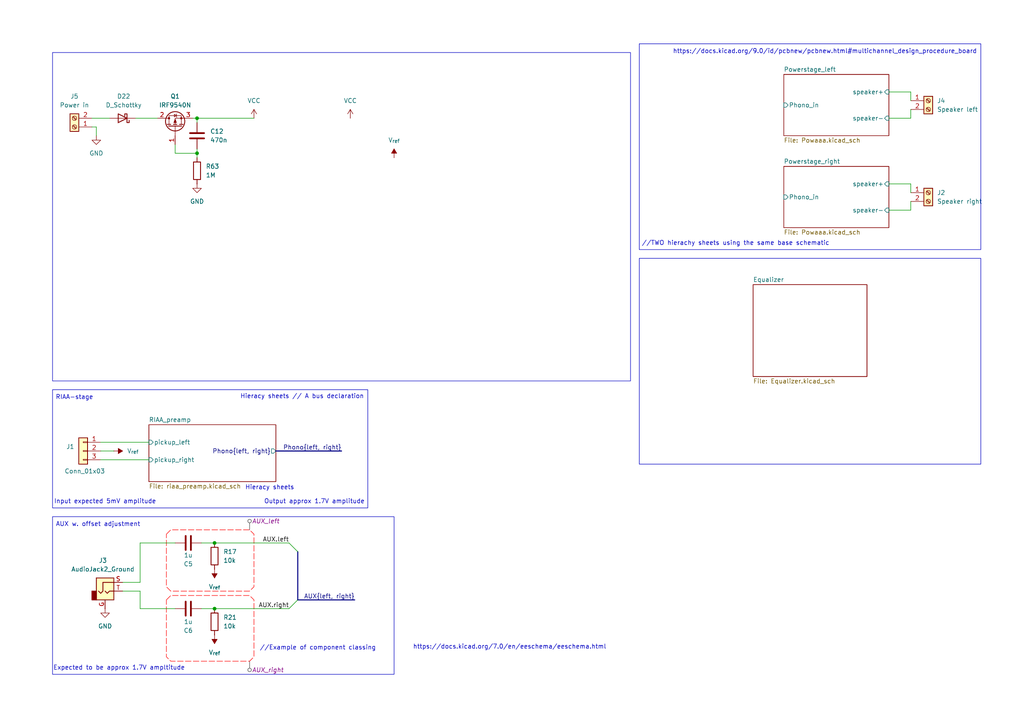
<source format=kicad_sch>
(kicad_sch (version 20250114) (generator "eeschema") (generator_version "9.0")
  (paper "A4")
  (title_block (title "AB-BTL power amplifier demo") (date "2025-02-24") (rev "1") (company "AAU-satlab") (comment 1 "Malthe Sennels"))
  (lib_symbols
    (symbol "Connector:Screw_Terminal_01x02" (pin_names (offset 1.016) (hide yes))
      (property "Reference" "J" (at 0 2.54 0))
      (property "Value" "Screw_Terminal_01x02" (at 0 -5.08 0))
      (symbol "Screw_Terminal_01x02_1_1"
        (rectangle (start -1.27 1.27) (end 1.27 -3.81) (stroke (width 0.254)) (fill (type background)))
        (polyline (pts (xy -0.5334 0.3302) (xy 0.3302 -0.508)) (stroke (width 0.1524)))
        (polyline (pts (xy -0.5334 -2.2098) (xy 0.3302 -3.048)) (stroke (width 0.1524)))
        (polyline (pts (xy -0.3556 0.508) (xy 0.508 -0.3302)) (stroke (width 0.1524)))
        (polyline (pts (xy -0.3556 -2.032) (xy 0.508 -2.8702)) (stroke (width 0.1524)))
        (circle (center 0 0) (radius 0.635) (stroke (width 0.1524)))
        (circle (center 0 -2.54) (radius 0.635) (stroke (width 0.1524)))
        (pin passive line (at -5.08 0 0) (length 3.81) (name "Pin_1") (number "1"))
        (pin passive line (at -5.08 -2.54 0) (length 3.81) (name "Pin_2") (number "2"))
      )
    )
    (symbol "Connector_Audio:AudioJack2_Ground"
      (property "Reference" "J" (at 0 8.89 0))
      (property "Value" "AudioJack2_Ground" (at 0 6.35 0))
      (symbol "AudioJack2_Ground_0_1"
        (rectangle (start -2.54 -2.54) (end -3.81 0) (stroke (width 0.254)) (fill (type outline)))
        (polyline (pts (xy 0 0) (xy 0.635 -0.635) (xy 1.27 0) (xy 2.54 0)) (stroke (width 0.254)))
        (rectangle (start 2.54 3.81) (end -2.54 -2.54) (stroke (width 0.254)) (fill (type background)))
        (polyline (pts (xy 2.54 2.54) (xy -0.635 2.54) (xy -0.635 0) (xy -1.27 -0.635) (xy -1.905 0)) (stroke (width 0.254)))
      )
      (symbol "AudioJack2_Ground_1_1"
        (pin passive line (at 0 -5.08 90) (length 2.54) (name "~") (number "G"))
        (pin passive line (at 5.08 2.54 180) (length 2.54) (name "~") (number "S"))
        (pin passive line (at 5.08 0 180) (length 2.54) (name "~") (number "T"))
      )
    )
    (symbol "Connector_Generic:Conn_01x03" (pin_names (offset 1.016) (hide yes))
      (property "Reference" "J" (at 0 5.08 0))
      (property "Value" "Conn_01x03" (at 0 -5.08 0))
      (symbol "Conn_01x03_1_1"
        (rectangle (start -1.27 3.81) (end 1.27 -3.81) (stroke (width 0.254)) (fill (type background)))
        (rectangle (start -1.27 2.667) (end 0 2.413) (stroke (width 0.1524)))
        (rectangle (start -1.27 0.127) (end 0 -0.127) (stroke (width 0.1524)))
        (rectangle (start -1.27 -2.413) (end 0 -2.667) (stroke (width 0.1524)))
        (pin passive line (at -5.08 2.54 0) (length 3.81) (name "Pin_1") (number "1"))
        (pin passive line (at -5.08 0 0) (length 3.81) (name "Pin_2") (number "2"))
        (pin passive line (at -5.08 -2.54 0) (length 3.81) (name "Pin_3") (number "3"))
      )
    )
    (symbol "Device:C" (pin_numbers (hide yes)) (pin_names (offset 0.254))
      (property "Reference" "C" (at 0.635 2.54 0))
      (property "Value" "C" (at 0.635 -2.54 0))
      (symbol "C_0_1"
        (polyline (pts (xy -2.032 0.762) (xy 2.032 0.762)) (stroke (width 0.508)))
        (polyline (pts (xy -2.032 -0.762) (xy 2.032 -0.762)) (stroke (width 0.508)))
      )
      (symbol "C_1_1"
        (pin passive line (at 0 3.81 270) (length 2.794) (name "~") (number "1"))
        (pin passive line (at 0 -3.81 90) (length 2.794) (name "~") (number "2"))
      )
    )
    (symbol "Device:D_Schottky" (pin_numbers (hide yes)) (pin_names (offset 1.016) (hide yes))
      (property "Reference" "D" (at 0 2.54 0))
      (property "Value" "D_Schottky" (at 0 -2.54 0))
      (symbol "D_Schottky_0_1"
        (polyline (pts (xy -1.905 0.635) (xy -1.905 1.27) (xy -1.27 1.27) (xy -1.27 -1.27) (xy -0.635 -1.27) (xy -0.635 -0.635)) (stroke (width 0.254)))
        (polyline (pts (xy 1.27 1.27) (xy 1.27 -1.27) (xy -1.27 0) (xy 1.27 1.27)) (stroke (width 0.254)))
        (polyline (pts (xy 1.27 0) (xy -1.27 0)))
      )
      (symbol "D_Schottky_1_1"
        (pin passive line (at -3.81 0 0) (length 2.54) (name "K") (number "1"))
        (pin passive line (at 3.81 0 180) (length 2.54) (name "A") (number "2"))
      )
    )
    (symbol "Device:R" (pin_numbers (hide yes)) (pin_names (offset 0))
      (property "Reference" "R" (at 2.032 0 90))
      (property "Value" "R" (at 0 0 90))
      (symbol "R_0_1"
        (rectangle (start -1.016 -2.54) (end 1.016 2.54) (stroke (width 0.254)))
      )
      (symbol "R_1_1"
        (pin passive line (at 0 3.81 270) (length 1.27) (name "~") (number "1"))
        (pin passive line (at 0 -3.81 90) (length 1.27) (name "~") (number "2"))
      )
    )
    (symbol "Transistor_FET:IRF9540N" (pin_names (hide yes))
      (property "Reference" "Q" (at 5.08 1.905 0))
      (property "Value" "IRF9540N" (at 5.08 0 0))
      (symbol "IRF9540N_0_1"
        (polyline (pts (xy 0.254 1.905) (xy 0.254 -1.905)) (stroke (width 0.254)))
        (polyline (pts (xy 0.254 0) (xy -2.54 0)))
        (polyline (pts (xy 0.762 2.286) (xy 0.762 1.27)) (stroke (width 0.254)))
        (polyline (pts (xy 0.762 1.778) (xy 3.302 1.778) (xy 3.302 -1.778) (xy 0.762 -1.778)))
        (polyline (pts (xy 0.762 0.508) (xy 0.762 -0.508)) (stroke (width 0.254)))
        (polyline (pts (xy 0.762 -1.27) (xy 0.762 -2.286)) (stroke (width 0.254)))
        (circle (center 1.651 0) (radius 2.794) (stroke (width 0.254)))
        (polyline (pts (xy 2.286 0) (xy 1.27 0.381) (xy 1.27 -0.381) (xy 2.286 0)) (fill (type outline)))
        (polyline (pts (xy 2.54 2.54) (xy 2.54 1.778)))
        (circle (center 2.54 1.778) (radius 0.254) (fill (type outline)))
        (circle (center 2.54 -1.778) (radius 0.254) (fill (type outline)))
        (polyline (pts (xy 2.54 -2.54) (xy 2.54 0) (xy 0.762 0)))
        (polyline (pts (xy 2.794 -0.508) (xy 2.921 -0.381) (xy 3.683 -0.381) (xy 3.81 -0.254)))
        (polyline (pts (xy 3.302 -0.381) (xy 2.921 0.254) (xy 3.683 0.254) (xy 3.302 -0.381)))
      )
      (symbol "IRF9540N_1_1"
        (pin input line (at -5.08 0 0) (length 2.54) (name "G") (number "1"))
        (pin passive line (at 2.54 5.08 270) (length 2.54) (name "D") (number "2"))
        (pin passive line (at 2.54 -5.08 90) (length 2.54) (name "S") (number "3"))
      )
    )
    (symbol "power:GND" (power) (pin_numbers (hide yes)) (pin_names (offset 0) (hide yes))
      (property "Value" "GND" (at 0 -3.81 0))
      (symbol "GND_0_1"
        (polyline (pts (xy 0 0) (xy 0 -1.27) (xy 1.27 -1.27) (xy 0 -2.54) (xy -1.27 -1.27) (xy 0 -1.27)))
      )
      (symbol "GND_1_1"
        (pin power_in line (at 0 0 270) (length 0) (name "~") (number "1"))
      )
    )
    (symbol "power:VCC" (power) (pin_numbers (hide yes)) (pin_names (offset 0) (hide yes))
      (property "Value" "VCC" (at 0 3.556 0))
      (symbol "VCC_0_1"
        (polyline (pts (xy -0.762 1.27) (xy 0 2.54)))
        (polyline (pts (xy 0 2.54) (xy 0.762 1.27)))
        (polyline (pts (xy 0 0) (xy 0 2.54)))
      )
      (symbol "VCC_1_1"
        (pin power_in line (at 0 0 90) (length 0) (name "~") (number "1"))
      )
    )
    (symbol "power:VS" (power) (pin_numbers (hide yes)) (pin_names (offset 0) (hide yes))
      (property "Value" "VS" (at 0 3.556 0))
      (symbol "VS_0_1"
        (polyline (pts (xy 0 0) (xy 0 2.54)))
        (polyline (pts (xy 0.762 1.27) (xy -0.762 1.27) (xy 0 2.54) (xy 0.762 1.27)) (fill (type outline)))
      )
      (symbol "VS_1_1"
        (pin power_in line (at 0 0 90) (length 0) (name "~") (number "1"))
      )
    )
  )
  (rectangle (start 185.42 74.93) (end 284.48 134.62))
  (rectangle (start 185.42 12.7) (end 284.48 72.39))
  (rectangle (start 15.24 113.03) (end 106.68 147.32))
  (rectangle (start 15.24 15.24) (end 182.88 110.49))
  (rectangle (start 15.24 149.86) (end 114.3 195.58))
  (text "https://docs.kicad.org/9.0/id/pcbnew/pcbnew.html#multichannel_design_procedure_board" (at 239.268 14.986 0) (effects (font (size 1.27 1.27))))
  (text "Hieracy sheets // A bus declaration" (at 87.63 115.062 0) (effects (font (size 1.27 1.27))))
  (text "Hieracy sheets" (at 78.232 141.478 0) (effects (font (size 1.27 1.27))))
  (text "AUX w. offset adjustment" (at 28.448 152.146 0) (effects (font (size 1.27 1.27))))
  (text "Input expected 5mV amplitude" (at 30.48 145.542 0) (effects (font (size 1.27 1.27))))
  (text "RIAA-stage" (at 21.59 115.316 0) (effects (font (size 1.27 1.27))))
  (text "//Example of component classing" (at 92.202 187.96 0) (effects (font (size 1.27 1.27))))
  (text "Expected to be approx 1.7V ampltitude" (at 34.544 193.802 0) (effects (font (size 1.27 1.27))))
  (text "Output approx 1.7V amplitude" (at 91.186 145.542 0) (effects (font (size 1.27 1.27))))
  (text "https://docs.kicad.org/7.0/en/eeschema/eeschema.html" (at 147.828 187.706 0) (effects (font (size 1.27 1.27))))
  (text "//TWO hierachy sheets using the same base schematic" (at 213.36 70.612 0) (effects (font (size 1.27 1.27))))
  (junction (at 62.23 157.48))
  (junction (at 57.15 44.45))
  (junction (at 62.23 176.53))
  (junction (at 57.15 34.29))
  (bus_entry (at 83.82 157.48) (size 2.54 2.54))
  (bus_entry (at 83.82 176.53) (size 2.54 -2.54))
  (wire (pts (xy 50.8 44.45) (xy 50.8 41.91)))
  (wire (pts (xy 58.42 176.53) (xy 62.23 176.53)))
  (wire (pts (xy 264.16 53.34) (xy 264.16 55.88)))
  (wire (pts (xy 264.16 34.29) (xy 264.16 31.75)))
  (wire (pts (xy 264.16 26.67) (xy 264.16 29.21)))
  (wire (pts (xy 40.64 157.48) (xy 50.8 157.48)))
  (wire (pts (xy 29.21 133.35) (xy 43.18 133.35)))
  (wire (pts (xy 40.64 168.91) (xy 35.56 168.91)))
  (wire (pts (xy 264.16 60.96) (xy 264.16 58.42)))
  (wire (pts (xy 57.15 43.18) (xy 57.15 44.45)))
  (wire (pts (xy 55.88 34.29) (xy 57.15 34.29)))
  (wire (pts (xy 26.67 34.29) (xy 31.75 34.29)))
  (wire (pts (xy 57.15 44.45) (xy 57.15 45.72)))
  (wire (pts (xy 40.64 171.45) (xy 40.64 176.53)))
  (wire (pts (xy 58.42 157.48) (xy 62.23 157.48)))
  (wire (pts (xy 257.81 60.96) (xy 264.16 60.96)))
  (bus (pts (xy 102.87 173.99) (xy 86.36 173.99)))
  (wire (pts (xy 257.81 34.29) (xy 264.16 34.29)))
  (bus (pts (xy 86.36 160.02) (xy 86.36 173.99)))
  (wire (pts (xy 62.23 176.53) (xy 83.82 176.53)))
  (wire (pts (xy 57.15 35.56) (xy 57.15 34.29)))
  (wire (pts (xy 257.81 26.67) (xy 264.16 26.67)))
  (wire (pts (xy 257.81 53.34) (xy 264.16 53.34)))
  (wire (pts (xy 39.37 34.29) (xy 45.72 34.29)))
  (bus (pts (xy 80.01 130.81) (xy 99.06 130.81)))
  (wire (pts (xy 35.56 171.45) (xy 40.64 171.45)))
  (wire (pts (xy 26.67 36.83) (xy 27.94 36.83)))
  (wire (pts (xy 27.94 36.83) (xy 27.94 39.37)))
  (wire (pts (xy 40.64 176.53) (xy 50.8 176.53)))
  (wire (pts (xy 33.02 130.81) (xy 29.21 130.81)))
  (wire (pts (xy 40.64 157.48) (xy 40.64 168.91)))
  (wire (pts (xy 57.15 34.29) (xy 73.66 34.29)))
  (wire (pts (xy 29.21 128.27) (xy 43.18 128.27)))
  (wire (pts (xy 57.15 44.45) (xy 50.8 44.45)))
  (wire (pts (xy 62.23 157.48) (xy 83.82 157.48)))
  (label "AUX.left" (at 83.82 157.48 180))
  (label "AUX{left, right}" (at 102.87 173.99 180))
  (label "Phono{left, right}" (at 99.06 130.81 180))
  (label "AUX.right" (at 83.82 176.53 180))
  (rule_area (polyline (pts (xy 48.26 173.99) (xy 49.53 172.72) (xy 72.39 172.72) (xy 73.66 173.99) (xy 73.66 190.5) (xy 72.39 191.77) (xy 49.53 191.77) (xy 48.26 190.5)) (stroke (width 0) (type dash))))
  (rule_area (polyline (pts (xy 48.26 154.94) (xy 49.53 153.67) (xy 72.39 153.67) (xy 73.66 154.94) (xy 73.66 170.18) (xy 72.39 171.45) (xy 49.53 171.45) (xy 48.26 170.18)) (stroke (width 0) (type dash))))
  (netclass_flag "" (length 2.54) (shape round) (at 72.39 153.67 0) (property "Component Class" "AUX_left" (at 73.0885 151.13 0) (effects (font (italic yes)) (justify left))))
  (netclass_flag "" (length 2.54) (shape round) (at 72.39 191.77 180) (property "Component Class" "AUX_right" (at 73.0885 194.31 0) (effects (font (italic yes)) (justify left))))
  (symbol (lib_id "Connector_Generic:Conn_01x03") (at 24.13 130.81 0) (mirror y) (unit 1)
    (property "Reference" "J1" (at 21.59 129.5399 0) (effects (justify left)))
    (property "Value" "Conn_01x03" (at 30.48 136.652 0) (effects (justify left)))
    (property "Description" "Generic connector, single row, 01x03, script generated (kicad-library-utils/schlib/autogen/connector/)" (effects (hide yes)))
  )
  (symbol (lib_id "power:GND") (at 30.48 176.53 0) (unit 1)
    (property "Reference" "#PWR02" (effects (hide yes)))
    (property "Value" "GND" (at 30.48 181.61 0))
    (property "Description" "Power symbol creates a global label with name \"GND\" , ground" (effects (hide yes)))
  )
  (symbol (lib_id "Device:R") (at 62.23 161.29 0) (unit 1)
    (property "Reference" "R17" (at 64.77 160.0199 0) (effects (justify left)))
    (property "Value" "10k" (at 64.77 162.5599 0) (effects (justify left)))
    (property "Description" "Resistor" (effects (hide yes)))
  )
  (symbol (lib_id "Device:C") (at 57.15 39.37 0) (unit 1)
    (property "Reference" "C12" (at 60.96 38.0999 0) (effects (justify left)))
    (property "Value" "470n" (at 60.96 40.6399 0) (effects (justify left)))
    (property "Description" "Unpolarized capacitor" (effects (hide yes)))
  )
  (symbol (lib_id "Connector:Screw_Terminal_01x02") (at 269.24 55.88 0) (unit 1)
    (property "Reference" "J2" (at 271.78 55.8799 0) (effects (justify left)))
    (property "Value" "Speaker right" (at 271.78 58.4199 0) (effects (justify left)))
    (property "Footprint" "TerminalBlock_RND:TerminalBlock_RND_205-00012_1x02_P5.00mm_Horizontal" (effects (hide yes)))
    (property "Description" "Generic screw terminal, single row, 01x02, script generated (kicad-library-utils/schlib/autogen/connector/)" (effects (hide yes)))
  )
  (symbol (lib_id "Connector_Audio:AudioJack2_Ground") (at 30.48 171.45 0) (unit 1)
    (property "Reference" "J3" (at 29.845 162.56 0))
    (property "Value" "AudioJack2_Ground" (at 29.845 165.1 0))
    (property "Footprint" "Connector_Audio:Jack_3.5mm_Switronic_ST-005-G_horizontal" (effects (hide yes)))
    (property "Description" "Audio Jack, 2 Poles (Mono / TS), Grounded Sleeve" (effects (hide yes)))
  )
  (symbol (lib_id "power:VS") (at 33.02 130.81 270) (unit 1)
    (property "Reference" "#PWR04" (effects (hide yes)))
    (property "Value" "V_{ref}" (at 36.83 130.8099 90) (effects (justify left)))
    (property "Description" "Power symbol creates a global label with name \"VS\"" (effects (hide yes)))
  )
  (symbol (lib_id "power:VCC") (at 101.6 34.29 0) (unit 1)
    (property "Reference" "#PWR057" (effects (hide yes)))
    (property "Value" "VCC" (at 101.6 29.21 0))
    (property "Description" "Power symbol creates a global label with name \"VCC\"" (effects (hide yes)))
  )
  (symbol (lib_id "Device:C") (at 54.61 176.53 90) (mirror x) (unit 1)
    (property "Reference" "C6" (at 54.61 182.88 90))
    (property "Value" "1u" (at 54.61 180.34 90))
    (property "Description" "Unpolarized capacitor" (effects (hide yes)))
  )
  (symbol (lib_id "Device:C") (at 54.61 157.48 90) (mirror x) (unit 1)
    (property "Reference" "C5" (at 54.61 163.576 90))
    (property "Value" "1u" (at 54.61 161.036 90))
    (property "Description" "Unpolarized capacitor" (effects (hide yes)))
  )
  (symbol (lib_id "Transistor_FET:IRF9540N") (at 50.8 36.83 90) (unit 1)
    (property "Reference" "Q1" (at 50.8 27.94 90))
    (property "Value" "IRF9540N" (at 50.8 30.48 90))
    (property "Footprint" "Package_TO_SOT_THT:TO-220-3_Vertical" (effects (hide yes)))
    (property "Datasheet" "http://www.irf.com/product-info/datasheets/data/irf9540n.pdf" (effects (hide yes)))
    (property "Description" "-23A Id, -100V Vds, 117mOhm Rds, P-Channel HEXFET Power MOSFET, TO-220" (effects (hide yes)))
  )
  (symbol (lib_id "power:VS") (at 62.23 165.1 180) (unit 1)
    (property "Reference" "#PWR014" (effects (hide yes)))
    (property "Value" "V_{ref}" (at 62.23 170.18 0))
    (property "Description" "Power symbol creates a global label with name \"VS\"" (effects (hide yes)))
  )
  (symbol (lib_id "Connector:Screw_Terminal_01x02") (at 21.59 36.83 180) (unit 1)
    (property "Reference" "J5" (at 21.59 27.94 0))
    (property "Value" "Power in" (at 21.59 30.48 0))
    (property "Footprint" "TerminalBlock_RND:TerminalBlock_RND_205-00012_1x02_P5.00mm_Horizontal" (effects (hide yes)))
    (property "Description" "Generic screw terminal, single row, 01x02, script generated (kicad-library-utils/schlib/autogen/connector/)" (effects (hide yes)))
  )
  (symbol (lib_id "power:VS") (at 114.3 45.72 0) (unit 1)
    (property "Reference" "#PWR03" (effects (hide yes)))
    (property "Value" "V_{ref}" (at 114.3 40.64 0))
    (property "Description" "Power symbol creates a global label with name \"VS\"" (effects (hide yes)))
  )
  (symbol (lib_id "Connector:Screw_Terminal_01x02") (at 269.24 29.21 0) (unit 1)
    (property "Reference" "J4" (at 271.78 29.2099 0) (effects (justify left)))
    (property "Value" "Speaker left" (at 271.78 31.7499 0) (effects (justify left)))
    (property "Footprint" "TerminalBlock_RND:TerminalBlock_RND_205-00012_1x02_P5.00mm_Horizontal" (effects (hide yes)))
    (property "Description" "Generic screw terminal, single row, 01x02, script generated (kicad-library-utils/schlib/autogen/connector/)" (effects (hide yes)))
  )
  (symbol (lib_id "Device:R") (at 57.15 49.53 0) (unit 1)
    (property "Reference" "R63" (at 59.69 48.2599 0) (effects (justify left)))
    (property "Value" "1M" (at 59.69 50.7999 0) (effects (justify left)))
    (property "Footprint" "Resistor_SMD:R_0603_1608Metric_Pad0.98x0.95mm_HandSolder" (effects (hide yes)))
    (property "Description" "Resistor" (effects (hide yes)))
  )
  (symbol (lib_id "power:VS") (at 62.23 184.15 180) (unit 1)
    (property "Reference" "#PWR025" (effects (hide yes)))
    (property "Value" "V_{ref}" (at 62.23 189.23 0))
    (property "Description" "Power symbol creates a global label with name \"VS\"" (effects (hide yes)))
  )
  (symbol (lib_id "power:GND") (at 57.15 53.34 0) (unit 1)
    (property "Reference" "#PWR055" (effects (hide yes)))
    (property "Value" "GND" (at 57.15 58.42 0))
    (property "Description" "Power symbol creates a global label with name \"GND\" , ground" (effects (hide yes)))
  )
  (symbol (lib_id "power:VCC") (at 73.66 34.29 0) (unit 1)
    (property "Reference" "#PWR056" (effects (hide yes)))
    (property "Value" "VCC" (at 73.66 29.21 0))
    (property "Description" "Power symbol creates a global label with name \"VCC\"" (effects (hide yes)))
  )
  (symbol (lib_id "Device:D_Schottky") (at 35.56 34.29 180) (unit 1)
    (property "Reference" "D22" (at 35.8775 27.94 0))
    (property "Value" "D_Schottky" (at 35.8775 30.48 0))
    (property "Description" "Schottky diode" (effects (hide yes)))
  )
  (symbol (lib_id "power:GND") (at 27.94 39.37 0) (unit 1)
    (property "Reference" "#PWR054" (effects (hide yes)))
    (property "Value" "GND" (at 27.94 44.45 0))
    (property "Description" "Power symbol creates a global label with name \"GND\" , ground" (effects (hide yes)))
  )
  (symbol (lib_id "Device:R") (at 62.23 180.34 0) (unit 1)
    (property "Reference" "R21" (at 64.77 179.0699 0) (effects (justify left)))
    (property "Value" "10k" (at 64.77 181.6099 0) (effects (justify left)))
    (property "Description" "Resistor" (effects (hide yes)))
  )
  (sheet (at 227.33 48.26) (size 30.48 17.78) (stroke (width 0.1524))
    (property "Sheetname" "Powerstage_right" (at 227.33 47.5484 0) (effects (justify left bottom)))
    (property "Sheetfile" "Powaaa.kicad_sch" (at 227.33 66.6246 0) (effects (justify left top)))
    (pin "Phono_in" input (at 227.33 57.15 180))
    (pin "speaker+" input (at 257.81 53.34 0))
    (pin "speaker-" input (at 257.81 60.96 0))
  )
  (sheet (at 43.18 123.19) (size 36.83 16.51) (stroke (width 0.1524))
    (property "Sheetname" "RIAA_preamp" (at 43.18 122.4784 0) (effects (justify left bottom)))
    (property "Sheetfile" "riaa_preamp.kicad_sch" (at 43.18 140.2846 0) (effects (justify left top)))
    (pin "pickup_right" input (at 43.18 133.35 180))
    (pin "pickup_left" input (at 43.18 128.27 180))
    (pin "Phono{left, right}" output (at 80.01 130.81 0))
  )
  (sheet (at 218.44 82.55) (size 33.02 26.67) (stroke (width 0.1524))
    (property "Sheetname" "Equalizer" (at 218.44 81.8384 0) (effects (justify left bottom)))
    (property "Sheetfile" "Equalizer.kicad_sch" (at 218.44 109.8046 0) (effects (justify left top)))
  )
  (sheet (at 227.33 21.59) (size 30.48 17.78) (stroke (width 0.1524))
    (property "Sheetname" "Powerstage_left" (at 227.33 20.8784 0) (effects (justify left bottom)))
    (property "Sheetfile" "Powaaa.kicad_sch" (at 227.33 39.9546 0) (effects (justify left top)))
    (pin "Phono_in" input (at 227.33 30.48 180))
    (pin "speaker+" input (at 257.81 26.67 0))
    (pin "speaker-" input (at 257.81 34.29 0))
  )
)
</source>
